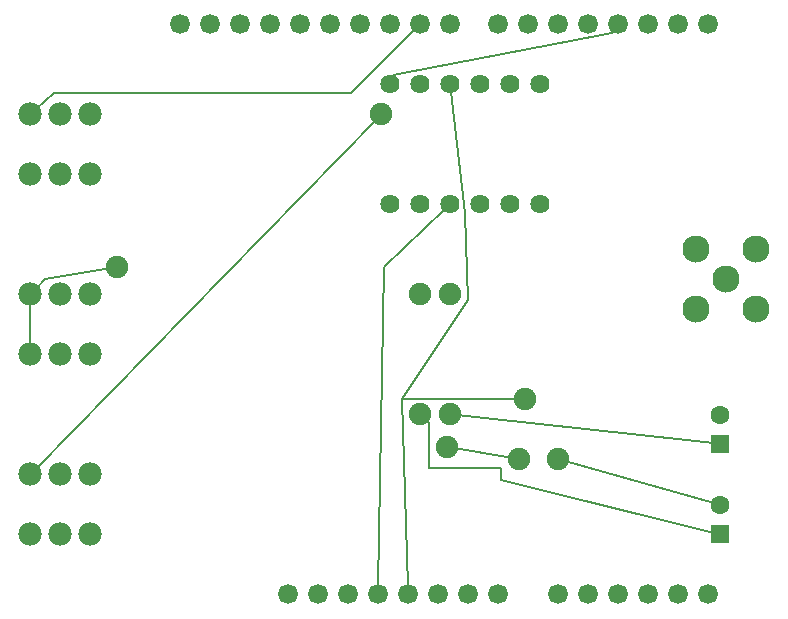
<source format=gbl>
G04 MADE WITH FRITZING*
G04 WWW.FRITZING.ORG*
G04 DOUBLE SIDED*
G04 HOLES PLATED*
G04 CONTOUR ON CENTER OF CONTOUR VECTOR*
%ASAXBY*%
%FSLAX23Y23*%
%MOIN*%
%OFA0B0*%
%SFA1.0B1.0*%
%ADD10C,0.062992*%
%ADD11C,0.075000*%
%ADD12C,0.064000*%
%ADD13C,0.078000*%
%ADD14C,0.090551*%
%ADD15C,0.066194*%
%ADD16C,0.066222*%
%ADD17C,0.075433*%
%ADD18R,0.062992X0.062992*%
%ADD19C,0.008000*%
%LNCOPPER0*%
G90*
G70*
G54D10*
X2565Y626D03*
X2565Y725D03*
X2565Y326D03*
X2565Y425D03*
G54D11*
X1665Y1126D03*
X1665Y726D03*
X1565Y1126D03*
X1565Y726D03*
G54D12*
X1865Y1426D03*
X1765Y1426D03*
X1665Y1426D03*
X1565Y1426D03*
X1465Y1426D03*
X1465Y1826D03*
X1565Y1826D03*
X1665Y1826D03*
X1765Y1826D03*
X1865Y1826D03*
X1965Y1826D03*
X1965Y1426D03*
G54D13*
X465Y526D03*
X365Y526D03*
X265Y526D03*
X465Y1126D03*
X365Y1126D03*
X265Y1126D03*
X465Y1726D03*
X365Y1726D03*
X265Y1726D03*
G54D14*
X2482Y1276D03*
X2582Y1176D03*
X2482Y1076D03*
X2682Y1076D03*
X2682Y1276D03*
G54D15*
X2125Y126D03*
X2225Y126D03*
X2325Y126D03*
X2425Y126D03*
X2525Y126D03*
G54D16*
X1665Y2026D03*
X1565Y2026D03*
X1465Y2026D03*
X1365Y2026D03*
X1265Y2026D03*
X1165Y2026D03*
X1065Y2026D03*
X965Y2026D03*
X865Y2026D03*
X765Y2026D03*
X2525Y2026D03*
X2425Y2026D03*
X2325Y2026D03*
X2225Y2026D03*
X2125Y2026D03*
X2025Y2026D03*
X1925Y2026D03*
X1825Y2026D03*
G54D15*
X1225Y126D03*
X1125Y126D03*
X1325Y126D03*
X1425Y126D03*
X1525Y126D03*
X1625Y126D03*
X1725Y126D03*
X1825Y126D03*
X2025Y126D03*
G54D13*
X465Y326D03*
X365Y326D03*
X265Y326D03*
X465Y926D03*
X365Y926D03*
X265Y926D03*
X465Y1526D03*
X365Y1526D03*
X265Y1526D03*
G54D17*
X1895Y578D03*
X1655Y618D03*
X555Y1218D03*
X1435Y1728D03*
X1915Y778D03*
X2025Y578D03*
G54D18*
X2565Y626D03*
X2565Y326D03*
G54D19*
X2544Y629D02*
X1688Y724D01*
D02*
X1473Y1851D02*
X1475Y1858D01*
D02*
X1475Y1858D02*
X2205Y1998D01*
D02*
X2205Y1998D02*
X2211Y2006D01*
D02*
X1646Y1409D02*
X1445Y1218D01*
D02*
X1445Y1218D02*
X1425Y151D01*
D02*
X1872Y581D02*
X1678Y614D01*
D02*
X2544Y331D02*
X1835Y508D01*
X1835Y508D02*
X1835Y548D01*
X1835Y548D02*
X1595Y548D01*
X1595Y548D02*
X1595Y698D01*
X1595Y698D02*
X1582Y710D01*
D02*
X1547Y2009D02*
X1335Y1798D01*
D02*
X1335Y1798D02*
X345Y1798D01*
D02*
X345Y1798D02*
X283Y1743D01*
D02*
X265Y951D02*
X265Y1102D01*
D02*
X532Y1214D02*
X315Y1178D01*
D02*
X315Y1178D02*
X282Y1144D01*
D02*
X1419Y1711D02*
X282Y544D01*
D02*
X1892Y778D02*
X1505Y778D01*
X1505Y778D02*
X1524Y151D01*
D02*
X1668Y1801D02*
X1715Y1398D01*
D02*
X1715Y1398D02*
X1725Y1108D01*
X1725Y1108D02*
X1505Y778D01*
D02*
X2047Y571D02*
X2544Y430D01*
G04 End of Copper0*
M02*
</source>
